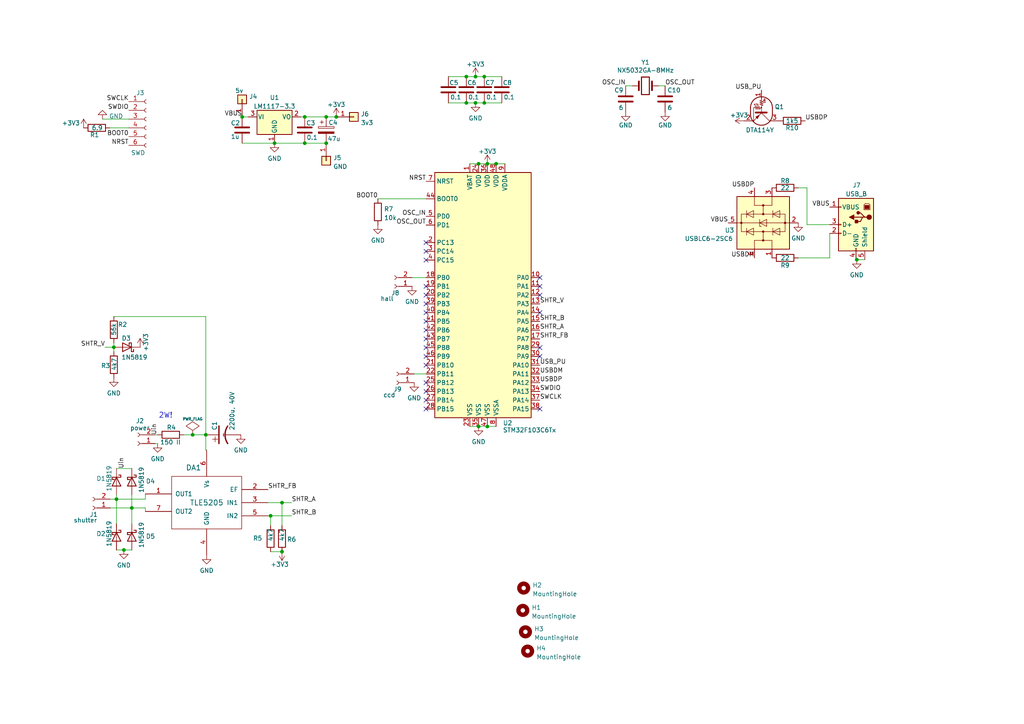
<source format=kicad_sch>
(kicad_sch (version 20231120) (generator "eeschema") (generator_version "8.0")
  (paper "A4")
  (lib_symbols
    (symbol "ALL-rescue:CP1" (pin_numbers hide) (pin_names (offset 0.254) hide)
      (property "Reference" "C" (at 1.27 2.54 0))
      (property "Value" "CP1" (at 1.27 -2.54 0))
      (symbol "CP1_0_0"
        (text "+" (at -1.27 2.54 0) (effects (font (size 2.032 2.032))))
      )
      (symbol "CP1_0_1"
        (polyline (pts (xy -2.54 1.27) (xy 2.54 1.27) (xy 1.27 1.27) (xy 1.27 1.27)) (stroke (width 0.381)))
        (arc (start 2.54 -1.27) (mid 0 -0.5009) (end -2.54 -1.27) (stroke (width 0.381)))
      )
      (symbol "CP1_1_1"
        (pin passive line (at 0 5.08 270) (length 3.81) (name "~") (number "1"))
        (pin passive line (at 0 -5.08 90) (length 4.572) (name "~") (number "2"))
      )
    )
    (symbol "ALL-rescue:PWR_FLAG" (power) (pin_numbers hide) (pin_names (offset 0) hide)
      (property "Value" "PWR_FLAG" (at 0 4.572 0))
      (symbol "PWR_FLAG_0_0"
        (pin power_out line (at 0 0 90) (length 0) (name "pwr") (number "1"))
      )
      (symbol "PWR_FLAG_0_1"
        (polyline (pts (xy 0 0) (xy 0 1.27) (xy -1.905 2.54) (xy 0 3.81) (xy 1.905 2.54) (xy 0 1.27)))
      )
    )
    (symbol "Connector:Conn_01x02_Female" (pin_names (offset 1.016) hide)
      (property "Reference" "J" (at 0 2.54 0))
      (property "Value" "Conn_01x02_Female" (at 0 -5.08 0))
      (symbol "Conn_01x02_Female_1_1"
        (arc (start 0 -2.032) (mid -0.5058 -2.54) (end 0 -3.048) (stroke (width 0.1524)))
        (polyline (pts (xy -1.27 -2.54) (xy -0.508 -2.54)) (stroke (width 0.1524)))
        (polyline (pts (xy -1.27 0) (xy -0.508 0)) (stroke (width 0.1524)))
        (arc (start 0 0.508) (mid -0.5058 0) (end 0 -0.508) (stroke (width 0.1524)))
        (pin passive line (at -5.08 0 0) (length 3.81) (name "Pin_1") (number "1"))
        (pin passive line (at -5.08 -2.54 0) (length 3.81) (name "Pin_2") (number "2"))
      )
    )
    (symbol "Connector:Conn_01x06_Female" (pin_names (offset 1.016) hide)
      (property "Reference" "J" (at 0 7.62 0))
      (property "Value" "Conn_01x06_Female" (at 0 -10.16 0))
      (symbol "Conn_01x06_Female_1_1"
        (arc (start 0 -7.112) (mid -0.5058 -7.62) (end 0 -8.128) (stroke (width 0.1524)))
        (arc (start 0 -4.572) (mid -0.5058 -5.08) (end 0 -5.588) (stroke (width 0.1524)))
        (arc (start 0 -2.032) (mid -0.5058 -2.54) (end 0 -3.048) (stroke (width 0.1524)))
        (polyline (pts (xy -1.27 -7.62) (xy -0.508 -7.62)) (stroke (width 0.1524)))
        (polyline (pts (xy -1.27 -5.08) (xy -0.508 -5.08)) (stroke (width 0.1524)))
        (polyline (pts (xy -1.27 -2.54) (xy -0.508 -2.54)) (stroke (width 0.1524)))
        (polyline (pts (xy -1.27 0) (xy -0.508 0)) (stroke (width 0.1524)))
        (polyline (pts (xy -1.27 2.54) (xy -0.508 2.54)) (stroke (width 0.1524)))
        (polyline (pts (xy -1.27 5.08) (xy -0.508 5.08)) (stroke (width 0.1524)))
        (arc (start 0 0.508) (mid -0.5058 0) (end 0 -0.508) (stroke (width 0.1524)))
        (arc (start 0 3.048) (mid -0.5058 2.54) (end 0 2.032) (stroke (width 0.1524)))
        (arc (start 0 5.588) (mid -0.5058 5.08) (end 0 4.572) (stroke (width 0.1524)))
        (pin passive line (at -5.08 5.08 0) (length 3.81) (name "Pin_1") (number "1"))
        (pin passive line (at -5.08 2.54 0) (length 3.81) (name "Pin_2") (number "2"))
        (pin passive line (at -5.08 0 0) (length 3.81) (name "Pin_3") (number "3"))
        (pin passive line (at -5.08 -2.54 0) (length 3.81) (name "Pin_4") (number "4"))
        (pin passive line (at -5.08 -5.08 0) (length 3.81) (name "Pin_5") (number "5"))
        (pin passive line (at -5.08 -7.62 0) (length 3.81) (name "Pin_6") (number "6"))
      )
    )
    (symbol "Connector:USB_B" (pin_names (offset 1.016))
      (property "Reference" "J" (at -5.08 11.43 0))
      (property "Value" "USB_B" (at -5.08 8.89 0))
      (symbol "USB_B_0_1"
        (rectangle (start -5.08 -7.62) (end 5.08 7.62) (stroke (width 0.254)) (fill (type background)))
        (circle (center -3.81 2.159) (radius 0.635) (stroke (width 0.254)) (fill (type outline)))
        (rectangle (start -3.81 5.588) (end -2.54 4.572) (fill (type outline)))
        (circle (center -0.635 3.429) (radius 0.381) (stroke (width 0.254)) (fill (type outline)))
        (rectangle (start -0.127 -7.62) (end 0.127 -6.858))
        (polyline (pts (xy -1.905 2.159) (xy 0.635 2.159)) (stroke (width 0.254)))
        (polyline (pts (xy -3.175 2.159) (xy -2.54 2.159) (xy -1.27 3.429) (xy -0.635 3.429)) (stroke (width 0.254)))
        (polyline (pts (xy -2.54 2.159) (xy -1.905 2.159) (xy -1.27 0.889) (xy 0 0.889)) (stroke (width 0.254)))
        (polyline (pts (xy 0.635 2.794) (xy 0.635 1.524) (xy 1.905 2.159) (xy 0.635 2.794)) (stroke (width 0.254)) (fill (type outline)))
        (polyline (pts (xy -4.064 4.318) (xy -2.286 4.318) (xy -2.286 5.715) (xy -2.667 6.096) (xy -3.683 6.096) (xy -4.064 5.715) (xy -4.064 4.318)))
        (rectangle (start 0.254 1.27) (end -0.508 0.508) (stroke (width 0.254)) (fill (type outline)))
        (rectangle (start 5.08 -2.667) (end 4.318 -2.413))
        (rectangle (start 5.08 -0.127) (end 4.318 0.127))
        (rectangle (start 5.08 4.953) (end 4.318 5.207))
      )
      (symbol "USB_B_1_1"
        (pin power_out line (at 7.62 5.08 180) (length 2.54) (name "VBUS") (number "1"))
        (pin bidirectional line (at 7.62 -2.54 180) (length 2.54) (name "D-") (number "2"))
        (pin bidirectional line (at 7.62 0 180) (length 2.54) (name "D+") (number "3"))
        (pin power_out line (at 0 -10.16 90) (length 2.54) (name "GND") (number "4"))
        (pin passive line (at -2.54 -10.16 90) (length 2.54) (name "Shield") (number "5"))
      )
    )
    (symbol "Connector_Generic:Conn_01x01" (pin_names (offset 1.016) hide)
      (property "Reference" "J" (at 0 2.54 0))
      (property "Value" "Conn_01x01" (at 0 -2.54 0))
      (symbol "Conn_01x01_1_1"
        (rectangle (start -1.27 0.127) (end 0 -0.127) (stroke (width 0.1524)))
        (rectangle (start -1.27 1.27) (end 1.27 -1.27) (stroke (width 0.254)) (fill (type background)))
        (pin passive line (at -5.08 0 0) (length 3.81) (name "Pin_1") (number "1"))
      )
    )
    (symbol "Device:C" (pin_numbers hide) (pin_names (offset 0.254))
      (property "Reference" "C" (at 0.635 2.54 0))
      (property "Value" "C" (at 0.635 -2.54 0))
      (symbol "C_0_1"
        (polyline (pts (xy -2.032 -0.762) (xy 2.032 -0.762)) (stroke (width 0.508)))
        (polyline (pts (xy -2.032 0.762) (xy 2.032 0.762)) (stroke (width 0.508)))
      )
      (symbol "C_1_1"
        (pin passive line (at 0 3.81 270) (length 2.794) (name "~") (number "1"))
        (pin passive line (at 0 -3.81 90) (length 2.794) (name "~") (number "2"))
      )
    )
    (symbol "Device:C_Polarized" (pin_numbers hide) (pin_names (offset 0.254))
      (property "Reference" "C" (at 0.635 2.54 0))
      (property "Value" "C_Polarized" (at 0.635 -2.54 0))
      (symbol "C_Polarized_0_1"
        (rectangle (start -2.286 0.508) (end 2.286 1.016))
        (polyline (pts (xy -1.778 2.286) (xy -0.762 2.286)))
        (polyline (pts (xy -1.27 2.794) (xy -1.27 1.778)))
        (rectangle (start 2.286 -0.508) (end -2.286 -1.016) (fill (type outline)))
      )
      (symbol "C_Polarized_1_1"
        (pin passive line (at 0 3.81 270) (length 2.794) (name "~") (number "1"))
        (pin passive line (at 0 -3.81 90) (length 2.794) (name "~") (number "2"))
      )
    )
    (symbol "Device:Crystal" (pin_numbers hide) (pin_names (offset 1.016) hide)
      (property "Reference" "Y" (at 0 3.81 0))
      (property "Value" "Crystal" (at 0 -3.81 0))
      (symbol "Crystal_0_1"
        (rectangle (start -1.143 2.54) (end 1.143 -2.54) (stroke (width 0.3048)))
        (polyline (pts (xy -2.54 0) (xy -1.905 0)))
        (polyline (pts (xy -1.905 -1.27) (xy -1.905 1.27)) (stroke (width 0.508)))
        (polyline (pts (xy 1.905 -1.27) (xy 1.905 1.27)) (stroke (width 0.508)))
        (polyline (pts (xy 2.54 0) (xy 1.905 0)))
      )
      (symbol "Crystal_1_1"
        (pin passive line (at -3.81 0 0) (length 1.27) (name "1") (number "1"))
        (pin passive line (at 3.81 0 180) (length 1.27) (name "2") (number "2"))
      )
    )
    (symbol "Device:D_Schottky" (pin_numbers hide) (pin_names (offset 1.016) hide)
      (property "Reference" "D" (at 0 2.54 0))
      (property "Value" "D_Schottky" (at 0 -2.54 0))
      (symbol "D_Schottky_0_1"
        (polyline (pts (xy 1.27 0) (xy -1.27 0)))
        (polyline (pts (xy 1.27 1.27) (xy 1.27 -1.27) (xy -1.27 0) (xy 1.27 1.27)) (stroke (width 0.254)))
        (polyline (pts (xy -1.905 0.635) (xy -1.905 1.27) (xy -1.27 1.27) (xy -1.27 -1.27) (xy -0.635 -1.27) (xy -0.635 -0.635)) (stroke (width 0.254)))
      )
      (symbol "D_Schottky_1_1"
        (pin passive line (at -3.81 0 0) (length 2.54) (name "K") (number "1"))
        (pin passive line (at 3.81 0 180) (length 2.54) (name "A") (number "2"))
      )
    )
    (symbol "Device:R" (pin_numbers hide) (pin_names (offset 0))
      (property "Reference" "R" (at 2.032 0 90))
      (property "Value" "R" (at 0 0 90))
      (symbol "R_0_1"
        (rectangle (start -1.016 -2.54) (end 1.016 2.54) (stroke (width 0.254)))
      )
      (symbol "R_1_1"
        (pin passive line (at 0 3.81 270) (length 1.27) (name "~") (number "1"))
        (pin passive line (at 0 -3.81 90) (length 1.27) (name "~") (number "2"))
      )
    )
    (symbol "MCU_ST_STM32F1:STM32F103C6Tx"
      (property "Reference" "U" (at -15.24 36.83 0))
      (property "Value" "STM32F103C6Tx" (at 7.62 36.83 0))
      (symbol "STM32F103C6Tx_0_1"
        (rectangle (start -15.24 -35.56) (end 12.7 35.56) (stroke (width 0.254)) (fill (type background)))
      )
      (symbol "STM32F103C6Tx_1_1"
        (pin power_in line (at -5.08 38.1 270) (length 2.54) (name "VBAT") (number "1"))
        (pin bidirectional line (at 15.24 5.08 180) (length 2.54) (name "PA0") (number "10"))
        (pin bidirectional line (at 15.24 2.54 180) (length 2.54) (name "PA1") (number "11"))
        (pin bidirectional line (at 15.24 0 180) (length 2.54) (name "PA2") (number "12"))
        (pin bidirectional line (at 15.24 -2.54 180) (length 2.54) (name "PA3") (number "13"))
        (pin bidirectional line (at 15.24 -5.08 180) (length 2.54) (name "PA4") (number "14"))
        (pin bidirectional line (at 15.24 -7.62 180) (length 2.54) (name "PA5") (number "15"))
        (pin bidirectional line (at 15.24 -10.16 180) (length 2.54) (name "PA6") (number "16"))
        (pin bidirectional line (at 15.24 -12.7 180) (length 2.54) (name "PA7") (number "17"))
        (pin bidirectional line (at -17.78 5.08 0) (length 2.54) (name "PB0") (number "18"))
        (pin bidirectional line (at -17.78 2.54 0) (length 2.54) (name "PB1") (number "19"))
        (pin bidirectional line (at -17.78 15.24 0) (length 2.54) (name "PC13") (number "2"))
        (pin bidirectional line (at -17.78 0 0) (length 2.54) (name "PB2") (number "20"))
        (pin bidirectional line (at -17.78 -20.32 0) (length 2.54) (name "PB10") (number "21"))
        (pin bidirectional line (at -17.78 -22.86 0) (length 2.54) (name "PB11") (number "22"))
        (pin power_in line (at -5.08 -38.1 90) (length 2.54) (name "VSS") (number "23"))
        (pin power_in line (at -2.54 38.1 270) (length 2.54) (name "VDD") (number "24"))
        (pin bidirectional line (at -17.78 -25.4 0) (length 2.54) (name "PB12") (number "25"))
        (pin bidirectional line (at -17.78 -27.94 0) (length 2.54) (name "PB13") (number "26"))
        (pin bidirectional line (at -17.78 -30.48 0) (length 2.54) (name "PB14") (number "27"))
        (pin bidirectional line (at -17.78 -33.02 0) (length 2.54) (name "PB15") (number "28"))
        (pin bidirectional line (at 15.24 -15.24 180) (length 2.54) (name "PA8") (number "29"))
        (pin bidirectional line (at -17.78 12.7 0) (length 2.54) (name "PC14") (number "3"))
        (pin bidirectional line (at 15.24 -17.78 180) (length 2.54) (name "PA9") (number "30"))
        (pin bidirectional line (at 15.24 -20.32 180) (length 2.54) (name "PA10") (number "31"))
        (pin bidirectional line (at 15.24 -22.86 180) (length 2.54) (name "PA11") (number "32"))
        (pin bidirectional line (at 15.24 -25.4 180) (length 2.54) (name "PA12") (number "33"))
        (pin bidirectional line (at 15.24 -27.94 180) (length 2.54) (name "PA13") (number "34"))
        (pin power_in line (at -2.54 -38.1 90) (length 2.54) (name "VSS") (number "35"))
        (pin power_in line (at 0 38.1 270) (length 2.54) (name "VDD") (number "36"))
        (pin bidirectional line (at 15.24 -30.48 180) (length 2.54) (name "PA14") (number "37"))
        (pin bidirectional line (at 15.24 -33.02 180) (length 2.54) (name "PA15") (number "38"))
        (pin bidirectional line (at -17.78 -2.54 0) (length 2.54) (name "PB3") (number "39"))
        (pin bidirectional line (at -17.78 10.16 0) (length 2.54) (name "PC15") (number "4"))
        (pin bidirectional line (at -17.78 -5.08 0) (length 2.54) (name "PB4") (number "40"))
        (pin bidirectional line (at -17.78 -7.62 0) (length 2.54) (name "PB5") (number "41"))
        (pin bidirectional line (at -17.78 -10.16 0) (length 2.54) (name "PB6") (number "42"))
        (pin bidirectional line (at -17.78 -12.7 0) (length 2.54) (name "PB7") (number "43"))
        (pin input line (at -17.78 27.94 0) (length 2.54) (name "BOOT0") (number "44"))
        (pin bidirectional line (at -17.78 -15.24 0) (length 2.54) (name "PB8") (number "45"))
        (pin bidirectional line (at -17.78 -17.78 0) (length 2.54) (name "PB9") (number "46"))
        (pin power_in line (at 0 -38.1 90) (length 2.54) (name "VSS") (number "47"))
        (pin power_in line (at 2.54 38.1 270) (length 2.54) (name "VDD") (number "48"))
        (pin input line (at -17.78 22.86 0) (length 2.54) (name "PD0") (number "5"))
        (pin input line (at -17.78 20.32 0) (length 2.54) (name "PD1") (number "6"))
        (pin input line (at -17.78 33.02 0) (length 2.54) (name "NRST") (number "7"))
        (pin power_in line (at 2.54 -38.1 90) (length 2.54) (name "VSSA") (number "8"))
        (pin power_in line (at 5.08 38.1 270) (length 2.54) (name "VDDA") (number "9"))
      )
    )
    (symbol "Mechanical:MountingHole" (pin_names (offset 1.016))
      (property "Reference" "H" (at 0 5.08 0))
      (property "Value" "MountingHole" (at 0 3.175 0))
      (symbol "MountingHole_0_1"
        (circle (center 0 0) (radius 1.27) (stroke (width 1.27)))
      )
    )
    (symbol "Power_Protection:USBLC6-2SC6" (pin_names hide)
      (property "Reference" "U" (at 2.54 8.89 0))
      (property "Value" "USBLC6-2SC6" (at 2.54 -8.89 0))
      (symbol "USBLC6-2SC6_0_1"
        (rectangle (start -7.62 -7.62) (end 7.62 7.62) (stroke (width 0.254)) (fill (type background)))
        (circle (center -5.08 0) (radius 0.254) (fill (type outline)))
        (circle (center -2.54 0) (radius 0.254) (fill (type outline)))
        (rectangle (start -2.54 6.35) (end 2.54 -6.35))
        (circle (center 0 -6.35) (radius 0.254) (fill (type outline)))
        (polyline (pts (xy -5.08 -2.54) (xy -7.62 -2.54)))
        (polyline (pts (xy -5.08 0) (xy -5.08 -2.54)))
        (polyline (pts (xy -5.08 2.54) (xy -7.62 2.54)))
        (polyline (pts (xy -1.524 -2.794) (xy -3.556 -2.794)))
        (polyline (pts (xy -1.524 4.826) (xy -3.556 4.826)))
        (polyline (pts (xy 0 -7.62) (xy 0 -6.35)))
        (polyline (pts (xy 0 -6.35) (xy 0 1.27)))
        (polyline (pts (xy 0 1.27) (xy 0 6.35)))
        (polyline (pts (xy 0 6.35) (xy 0 7.62)))
        (polyline (pts (xy 1.524 -2.794) (xy 3.556 -2.794)))
        (polyline (pts (xy 1.524 4.826) (xy 3.556 4.826)))
        (polyline (pts (xy 5.08 -2.54) (xy 7.62 -2.54)))
        (polyline (pts (xy 5.08 0) (xy 5.08 -2.54)))
        (polyline (pts (xy 5.08 2.54) (xy 7.62 2.54)))
        (polyline (pts (xy -2.54 0) (xy -5.08 0) (xy -5.08 2.54)))
        (polyline (pts (xy 2.54 0) (xy 5.08 0) (xy 5.08 2.54)))
        (polyline (pts (xy -3.556 -4.826) (xy -1.524 -4.826) (xy -2.54 -2.794) (xy -3.556 -4.826)))
        (polyline (pts (xy -3.556 2.794) (xy -1.524 2.794) (xy -2.54 4.826) (xy -3.556 2.794)))
        (polyline (pts (xy -1.016 -1.016) (xy 1.016 -1.016) (xy 0 1.016) (xy -1.016 -1.016)))
        (polyline (pts (xy 1.016 1.016) (xy 0.762 1.016) (xy -1.016 1.016) (xy -1.016 0.508)))
        (polyline (pts (xy 3.556 -4.826) (xy 1.524 -4.826) (xy 2.54 -2.794) (xy 3.556 -4.826)))
        (polyline (pts (xy 3.556 2.794) (xy 1.524 2.794) (xy 2.54 4.826) (xy 3.556 2.794)))
        (circle (center 0 6.35) (radius 0.254) (fill (type outline)))
        (circle (center 2.54 0) (radius 0.254) (fill (type outline)))
        (circle (center 5.08 0) (radius 0.254) (fill (type outline)))
      )
      (symbol "USBLC6-2SC6_1_1"
        (pin passive line (at -10.16 -2.54 0) (length 2.54) (name "I/O1") (number "1"))
        (pin passive line (at 0 -10.16 90) (length 2.54) (name "GND") (number "2"))
        (pin passive line (at 10.16 -2.54 180) (length 2.54) (name "I/O2") (number "3"))
        (pin passive line (at 10.16 2.54 180) (length 2.54) (name "I/O2") (number "4"))
        (pin passive line (at 0 10.16 270) (length 2.54) (name "VBUS") (number "5"))
        (pin passive line (at -10.16 2.54 0) (length 2.54) (name "I/O1") (number "6"))
      )
    )
    (symbol "Regulator_Linear:LM1117-3.3" (pin_names (offset 0.254))
      (property "Reference" "U" (at -3.81 3.175 0))
      (property "Value" "LM1117-3.3" (at 0 3.175 0))
      (symbol "LM1117-3.3_0_1"
        (rectangle (start -5.08 -5.08) (end 5.08 1.905) (stroke (width 0.254)) (fill (type background)))
      )
      (symbol "LM1117-3.3_1_1"
        (pin power_in line (at 0 -7.62 90) (length 2.54) (name "GND") (number "1"))
        (pin power_out line (at 7.62 0 180) (length 2.54) (name "VO") (number "2"))
        (pin power_in line (at -7.62 0 0) (length 2.54) (name "VI") (number "3"))
      )
    )
    (symbol "Transistor_BJT:DTA114Y" (pin_names (offset 0) hide)
      (property "Reference" "Q" (at 5.08 1.905 0))
      (property "Value" "DTA114Y" (at 5.08 0 0))
      (symbol "DTA114Y_0_0"
        (text "10k" (at -3.302 0.889 0) (effects (font (size 0.508 0.508))))
        (text "47k" (at -2.159 -1.524 900) (effects (font (size 0.508 0.508))))
      )
      (symbol "DTA114Y_0_1"
        (circle (center -1.27 0) (radius 0.127))
        (arc (start -1.27 3.175) (mid -4.4312 0) (end -1.27 -3.175) (stroke (width 0.254)))
        (polyline (pts (xy -3.429 0) (xy -3.81 0)))
        (polyline (pts (xy -1.27 -3.175) (xy 0.635 -3.175)) (stroke (width 0.254)))
        (polyline (pts (xy -1.27 3.175) (xy 0.635 3.175)) (stroke (width 0.254)))
        (polyline (pts (xy 0 -0.254) (xy 2.54 2.286)))
        (polyline (pts (xy 0.127 1.524) (xy 0.127 -1.651)) (stroke (width 0.508)) (fill (type outline)))
        (polyline (pts (xy 2.54 2.286) (xy 2.54 2.54)))
        (polyline (pts (xy 2.54 -2.286) (xy 0 0.254) (xy 0 0.254)))
        (polyline (pts (xy 1.397 -1.651) (xy 1.905 -1.143) (xy 0.889 -0.635) (xy 1.397 -1.651)) (fill (type outline)))
        (polyline (pts (xy 0 0) (xy -1.905 0) (xy -2.032 0.508) (xy -2.286 -0.508) (xy -2.54 0.508) (xy -2.794 -0.508) (xy -3.048 0.508) (xy -3.302 -0.508) (xy -3.429 0)))
        (polyline (pts (xy -1.27 0) (xy -1.27 -0.381) (xy -0.762 -0.508) (xy -1.778 -0.762) (xy -0.762 -1.016) (xy -1.778 -1.27) (xy -0.762 -1.524) (xy -1.778 -1.778) (xy -1.27 -1.905) (xy -1.27 -2.286) (xy 2.54 -2.286)))
        (arc (start 0.635 -3.175) (mid 3.7962 0) (end 0.635 3.175) (stroke (width 0.254)))
        (circle (center 2.54 -2.286) (radius 0.127))
      )
      (symbol "DTA114Y_1_1"
        (pin input line (at -6.35 0 0) (length 2.54) (name "B") (number "1"))
        (pin passive line (at 2.54 -5.08 90) (length 2.54) (name "E") (number "2"))
        (pin passive line (at 2.54 5.08 270) (length 2.54) (name "C") (number "3"))
      )
    )
    (symbol "my_elements:TLE5205" (pin_names (offset 1.016))
      (property "Reference" "U" (at 3.81 10.16 0))
      (property "Value" "TLE5205" (at 0 0 0))
      (symbol "TLE5205_0_1"
        (rectangle (start -10.16 7.62) (end 10.16 -7.62))
      )
      (symbol "TLE5205_1_1"
        (pin power_out line (at 17.78 2.54 180) (length 7.62) (name "OUT1") (number "1"))
        (pin output line (at -17.78 3.81 0) (length 7.62) (name "EF") (number "2"))
        (pin input line (at -17.78 0 0) (length 7.62) (name "IN1") (number "3"))
        (pin power_in line (at 0 -15.24 90) (length 7.62) (name "GND") (number "4"))
        (pin input line (at -17.78 -3.81 0) (length 7.62) (name "IN2") (number "5"))
        (pin power_in line (at 0 15.24 270) (length 7.62) (name "Vs") (number "6"))
        (pin power_out line (at 17.78 -2.54 180) (length 7.62) (name "OUT2") (number "7"))
      )
    )
    (symbol "power:+3V3" (power) (pin_names (offset 0))
      (property "Value" "+3V3" (at 0 3.556 0))
      (symbol "+3V3_0_1"
        (polyline (pts (xy -0.762 1.27) (xy 0 2.54)))
        (polyline (pts (xy 0 0) (xy 0 2.54)))
        (polyline (pts (xy 0 2.54) (xy 0.762 1.27)))
      )
      (symbol "+3V3_1_1"
        (pin power_in line (at 0 0 90) (length 0) hide (name "+3V3") (number "1"))
      )
    )
    (symbol "power:GND" (power) (pin_names (offset 0))
      (property "Value" "GND" (at 0 -3.81 0))
      (symbol "GND_0_1"
        (polyline (pts (xy 0 0) (xy 0 -1.27) (xy 1.27 -1.27) (xy 0 -2.54) (xy -1.27 -1.27) (xy 0 -1.27)))
      )
      (symbol "GND_1_1"
        (pin power_in line (at 0 0 270) (length 0) hide (name "GND") (number "1"))
      )
    )
  )
  (junction (at 137.922 22.225))
  (junction (at 141.351 47.498))
  (junction (at 137.922 29.845))
  (junction (at 70.231 33.909))
  (junction (at 88.392 33.909))
  (junction (at 59.69 126.111))
  (junction (at 138.811 47.498))
  (junction (at 38.227 147.32))
  (junction (at 33.782 144.78))
  (junction (at 79.629 41.529))
  (junction (at 135.255 22.225))
  (junction (at 35.9308 159.512))
  (junction (at 248.4962 75.311))
  (junction (at 140.462 22.225))
  (junction (at 55.88 126.111))
  (junction (at 143.891 47.498))
  (junction (at 81.788 145.796))
  (junction (at 97.536 33.909))
  (junction (at 81.788 160.02))
  (junction (at 94.615 33.909))
  (junction (at 141.351 123.698))
  (junction (at 33.02 100.711))
  (junction (at 88.392 41.529))
  (junction (at 78.486 149.606))
  (junction (at 135.255 29.845))
  (junction (at 140.462 29.845))
  (junction (at 94.615 41.529))
  (junction (at 138.811 123.698))
  (no_connect (at 123.571 103.378))
  (no_connect (at 123.571 116.078))
  (no_connect (at 123.571 100.838))
  (no_connect (at 123.571 72.898))
  (no_connect (at 123.571 110.998))
  (no_connect (at 123.571 95.758))
  (no_connect (at 123.571 93.218))
  (no_connect (at 156.591 90.678))
  (no_connect (at 123.571 75.438))
  (no_connect (at 123.571 88.138))
  (no_connect (at 123.571 98.298))
  (no_connect (at 123.571 83.058))
  (no_connect (at 123.571 90.678))
  (no_connect (at 156.591 85.598))
  (no_connect (at 156.591 83.058))
  (no_connect (at 156.591 103.378))
  (no_connect (at 123.571 113.538))
  (no_connect (at 123.571 118.618))
  (no_connect (at 156.591 118.618))
  (no_connect (at 123.571 105.918))
  (no_connect (at 156.591 100.838))
  (no_connect (at 156.591 80.518))
  (no_connect (at 123.571 70.358))
  (no_connect (at 123.571 85.598))
  (wire (pts (xy 32.004 147.32) (xy 38.227 147.32)))
  (wire (pts (xy 38.227 143.51) (xy 38.227 147.32)))
  (wire (pts (xy 35.9308 159.512) (xy 38.227 159.512)))
  (wire (pts (xy 248.4962 75.311) (xy 250.825 75.311)))
  (wire (pts (xy 136.271 123.698) (xy 138.811 123.698)))
  (wire (pts (xy 120.142 108.458) (xy 123.571 108.458)))
  (wire (pts (xy 59.69 91.821) (xy 59.69 126.111)))
  (wire (pts (xy 240.665 65.151) (xy 234.061 65.151)))
  (wire (pts (xy 137.922 22.225) (xy 140.462 22.225)))
  (wire (pts (xy 29.718 34.544) (xy 37.338 34.544)))
  (wire (pts (xy 78.486 160.02) (xy 81.788 160.02)))
  (wire (pts (xy 136.271 47.498) (xy 138.811 47.498)))
  (wire (pts (xy 45.0342 126.111) (xy 45.72 126.111)))
  (wire (pts (xy 33.02 91.821) (xy 59.69 91.821)))
  (wire (pts (xy 32.004 144.78) (xy 33.782 144.78)))
  (wire (pts (xy 30.48 100.711) (xy 33.02 100.711)))
  (wire (pts (xy 77.724 149.606) (xy 78.486 149.606)))
  (wire (pts (xy 31.877 37.084) (xy 37.338 37.084)))
  (wire (pts (xy 88.392 41.529) (xy 94.615 41.529)))
  (wire (pts (xy 81.788 145.796) (xy 84.582 145.796)))
  (wire (pts (xy 143.891 47.498) (xy 146.431 47.498)))
  (wire (pts (xy 135.255 29.845) (xy 137.922 29.845)))
  (wire (pts (xy 78.486 149.606) (xy 84.582 149.606)))
  (wire (pts (xy 45.0342 128.651) (xy 45.72 128.651)))
  (wire (pts (xy 70.231 33.909) (xy 72.009 33.909)))
  (wire (pts (xy 240.665 74.803) (xy 231.521 74.803)))
  (wire (pts (xy 138.811 47.498) (xy 141.351 47.498)))
  (wire (pts (xy 59.69 126.111) (xy 59.69 130.556)))
  (wire (pts (xy 38.227 147.32) (xy 42.164 147.32)))
  (wire (pts (xy 59.69 130.556) (xy 59.944 130.556)))
  (wire (pts (xy 138.811 123.698) (xy 141.351 123.698)))
  (wire (pts (xy 141.351 123.698) (xy 143.891 123.698)))
  (wire (pts (xy 77.724 145.796) (xy 81.788 145.796)))
  (wire (pts (xy 33.782 159.512) (xy 35.9308 159.512)))
  (wire (pts (xy 192.913 24.892) (xy 191.008 24.892)))
  (wire (pts (xy 33.02 100.711) (xy 33.02 101.981)))
  (wire (pts (xy 248.285 75.311) (xy 248.4962 75.311)))
  (wire (pts (xy 234.061 54.483) (xy 231.521 54.483)))
  (wire (pts (xy 33.782 143.51) (xy 33.782 144.78)))
  (wire (pts (xy 55.88 126.111) (xy 59.69 126.111)))
  (wire (pts (xy 130.048 22.225) (xy 135.255 22.225)))
  (wire (pts (xy 141.351 47.498) (xy 143.891 47.498)))
  (wire (pts (xy 42.164 143.256) (xy 42.164 144.78)))
  (wire (pts (xy 87.249 33.909) (xy 88.392 33.909)))
  (wire (pts (xy 135.255 22.225) (xy 137.922 22.225)))
  (wire (pts (xy 234.061 65.151) (xy 234.061 54.483)))
  (wire (pts (xy 240.665 67.691) (xy 240.665 74.803)))
  (wire (pts (xy 42.164 147.32) (xy 42.164 148.336)))
  (wire (pts (xy 119.507 80.518) (xy 123.571 80.518)))
  (wire (pts (xy 38.227 147.32) (xy 38.227 151.892)))
  (wire (pts (xy 33.782 135.89) (xy 38.227 135.89)))
  (wire (pts (xy 88.392 33.909) (xy 94.615 33.909)))
  (wire (pts (xy 137.922 29.845) (xy 140.462 29.845)))
  (wire (pts (xy 181.483 24.892) (xy 183.388 24.892)))
  (wire (pts (xy 81.788 145.796) (xy 81.788 152.4)))
  (wire (pts (xy 130.048 29.845) (xy 135.255 29.845)))
  (wire (pts (xy 33.782 144.78) (xy 33.782 151.892)))
  (wire (pts (xy 33.782 144.78) (xy 42.164 144.78)))
  (wire (pts (xy 78.486 149.606) (xy 78.486 152.4)))
  (wire (pts (xy 109.601 57.658) (xy 123.571 57.658)))
  (wire (pts (xy 140.462 22.225) (xy 145.542 22.225)))
  (wire (pts (xy 79.629 41.529) (xy 88.392 41.529)))
  (wire (pts (xy 94.615 33.909) (xy 97.536 33.909)))
  (wire (pts (xy 33.02 99.441) (xy 33.02 100.711)))
  (wire (pts (xy 70.231 41.529) (xy 79.629 41.529)))
  (wire (pts (xy 140.462 29.845) (xy 145.542 29.845)))
  (wire (pts (xy 53.34 126.111) (xy 55.88 126.111)))
  (text "2W!" (at 45.9994 121.4882 0) (effects (font (size 1.524 1.524)) (justify left bottom)))
  (label "SHTR_A" (at 156.591 95.758 0))
  (label "USBDP" (at 233.553 35.052 0))
  (label "OSC_OUT" (at 123.571 65.278 180))
  (label "OSC_IN" (at 123.571 62.738 180))
  (label "SWDIO" (at 37.338 32.004 180))
  (label "VBUS" (at 240.665 60.071 180))
  (label "SWDIO" (at 156.591 113.538 0))
  (label "USB_PU" (at 156.591 105.918 0))
  (label "VBUS" (at 70.231 33.909 180))
  (label "OSC_OUT" (at 192.913 24.892 0))
  (label "VBUS" (at 211.201 64.643 180))
  (label "OSC_IN" (at 181.483 24.892 180))
  (label "SHTR_B" (at 84.582 149.606 0))
  (label "SWCLK" (at 37.338 29.464 180))
  (label "SWCLK" (at 156.591 116.078 0))
  (label "Uin" (at 36.2201 135.89 90))
  (label "USBDP" (at 156.591 110.998 0))
  (label "Uin" (at 45.72 126.111 90))
  (label "SHTR_A" (at 84.582 145.796 0))
  (label "SHTR_V" (at 30.48 100.711 180))
  (label "SHTR_V" (at 156.591 88.138 0))
  (label "NRST" (at 37.338 42.164 180))
  (label "USBDM" (at 156.591 108.458 0))
  (label "BOOT0" (at 37.338 39.624 180))
  (label "USBDP" (at 218.821 54.483 180))
  (label "NRST" (at 123.571 52.578 180))
  (label "USBDM" (at 218.821 74.803 180))
  (label "USB_PU" (at 220.853 26.162 180))
  (label "BOOT0" (at 109.601 57.658 180))
  (label "SHTR_B" (at 156.591 93.218 0))
  (label "SHTR_FB" (at 156.591 98.298 0))
  (label "SHTR_FB" (at 77.724 141.986 0))
  (symbol (lib_id "Device:R") (at 229.743 35.052 270) (unit 1)
    (property "Reference" "R10" (at 229.743 37.084 90))
    (property "Value" "1k5" (at 229.743 35.052 90))
    (property "Footprint" "Resistor_SMD:R_0603_1608Metric_Pad0.98x0.95mm_HandSolder" (effects (hide yes)))
  )
  (symbol (lib_id "Connector_Generic:Conn_01x01") (at 94.615 46.609 270) (unit 1)
    (property "Reference" "J5" (at 96.647 45.7743 90) (effects (justify left)))
    (property "Value" "GND" (at 96.647 48.3112 90) (effects (justify left)))
    (property "Footprint" "Connector_PinHeader_2.54mm:PinHeader_1x01_P2.54mm_Vertical" (effects (hide yes)))
  )
  (symbol (lib_id "Mechanical:MountingHole") (at 151.638 177.038 0) (unit 1)
    (property "Reference" "H1" (at 154.178 176.2033 0) (effects (justify left)))
    (property "Value" "MountingHole" (at 154.178 178.7402 0) (effects (justify left)))
    (property "Footprint" "MountingHole:MountingHole_3.2mm_M3" (effects (hide yes)))
  )
  (symbol (lib_id "power:+3V3") (at 141.351 47.498 0) (unit 1)
    (property "Reference" "#PWR016" (effects (hide yes)))
    (property "Value" "+3V3" (at 141.351 43.9222 0))
  )
  (symbol (lib_id "Device:C") (at 70.231 37.719 0) (unit 1)
    (property "Reference" "C2" (at 66.929 35.687 0) (effects (justify left)))
    (property "Value" "1u" (at 66.929 39.624 0) (effects (justify left)))
    (property "Footprint" "Capacitor_SMD:C_0805_2012Metric_Pad1.18x1.45mm_HandSolder" (effects (hide yes)))
  )
  (symbol (lib_id "MCU_ST_STM32F1:STM32F103C6Tx") (at 141.351 85.598 0) (unit 1)
    (property "Reference" "U2" (at 145.8469 122.69 0) (effects (justify left)))
    (property "Value" "STM32F103C6Tx" (at 145.8469 124.738 0) (effects (justify left)))
    (property "Footprint" "Package_QFP:LQFP-48_7x7mm_P0.5mm" (effects (hide yes)))
    (property "Datasheet" "http://www.st.com/st-web-ui/static/active/en/resource/technical/document/datasheet/CD00210843.pdf" (effects (hide yes)))
  )
  (symbol (lib_id "power:GND") (at 137.922 29.845 0) (unit 1)
    (property "Reference" "#PWR014" (effects (hide yes)))
    (property "Value" "GND" (at 137.922 34.2884 0))
  )
  (symbol (lib_id "Connector:Conn_01x02_Female") (at 114.427 83.058 180) (unit 1)
    (property "Reference" "J8" (at 114.681 84.963 0))
    (property "Value" "hall" (at 112.268 86.614 0))
    (property "Footprint" "Connector_JST:JST_PH_B2B-PH-K_1x02_P2.00mm_Vertical" (effects (hide yes)))
  )
  (symbol (lib_id "Device:R") (at 78.486 156.21 0) (unit 1)
    (property "Reference" "R5" (at 73.3806 156.1338 0) (effects (justify left)))
    (property "Value" "4k7" (at 78.486 156.9974 90) (effects (justify left)))
    (property "Footprint" "Resistor_SMD:R_0603_1608Metric_Pad0.98x0.95mm_HandSolder" (effects (hide yes)))
  )
  (symbol (lib_id "Mechanical:MountingHole") (at 151.892 170.561 0) (unit 1)
    (property "Reference" "H2" (at 154.432 169.7263 0) (effects (justify left)))
    (property "Value" "MountingHole" (at 154.432 172.2632 0) (effects (justify left)))
    (property "Footprint" "MountingHole:MountingHole_3.2mm_M3" (effects (hide yes)))
  )
  (symbol (lib_id "Device:D_Schottky") (at 36.83 100.711 180) (unit 1)
    (property "Reference" "D3" (at 37.973 98.1202 0) (effects (justify left)))
    (property "Value" "1N5819" (at 42.799 103.632 0) (effects (justify left)))
    (property "Footprint" "Diode_SMD:D_SOD-323_HandSoldering" (effects (hide yes)))
  )
  (symbol (lib_id "Device:C") (at 140.462 26.035 0) (unit 1)
    (property "Reference" "C7" (at 140.716 24.003 0) (effects (justify left)))
    (property "Value" "0.1" (at 140.97 28.194 0) (effects (justify left)))
    (property "Footprint" "Capacitor_SMD:C_0603_1608Metric_Pad1.08x0.95mm_HandSolder" (effects (hide yes)))
  )
  (symbol (lib_id "Device:D_Schottky") (at 33.782 139.7 270) (unit 1)
    (property "Reference" "D1" (at 27.94 138.811 90) (effects (justify left)))
    (property "Value" "1N5819" (at 31.623 135.001 0) (effects (justify left)))
    (property "Footprint" "Diode_SMD:D_SOD-323_HandSoldering" (effects (hide yes)))
  )
  (symbol (lib_id "power:GND") (at 119.507 83.058 0) (mirror y) (unit 1)
    (property "Reference" "#PWR022" (effects (hide yes)))
    (property "Value" "GND" (at 119.507 87.5014 0))
  )
  (symbol (lib_id "power:+3V3") (at 24.257 37.084 0) (mirror y) (unit 1)
    (property "Reference" "#PWR01" (effects (hide yes)))
    (property "Value" "+3V3" (at 17.907 35.687 0) (effects (justify right)))
  )
  (symbol (lib_id "power:GND") (at 248.4962 75.311 0) (mirror y) (unit 1)
    (property "Reference" "#PWR021" (effects (hide yes)))
    (property "Value" "GND" (at 248.4962 79.7544 0))
  )
  (symbol (lib_id "power:+3V3") (at 81.788 160.02 180) (unit 1)
    (property "Reference" "#PWR010" (effects (hide yes)))
    (property "Value" "+3V3" (at 78.486 163.703 0) (effects (justify right)))
  )
  (symbol (lib_id "Connector:Conn_01x02_Female") (at 26.924 147.32 180) (unit 1)
    (property "Reference" "J1" (at 27.178 149.225 0))
    (property "Value" "shutter" (at 24.765 150.876 0))
    (property "Footprint" "TerminalBlock_Phoenix:TerminalBlock_Phoenix_MKDS-1,5-2-5.08_1x02_P5.08mm_Horizontal" (effects (hide yes)))
  )
  (symbol (lib_id "Device:D_Schottky") (at 33.782 155.702 270) (unit 1)
    (property "Reference" "D2" (at 27.94 154.813 90) (effects (justify left)))
    (property "Value" "1N5819" (at 31.623 151.003 0) (effects (justify left)))
    (property "Footprint" "Diode_SMD:D_SOD-323_HandSoldering" (effects (hide yes)))
  )
  (symbol (lib_id "Regulator_Linear:LM1117-3.3") (at 79.629 33.909 0) (unit 1)
    (property "Reference" "U1" (at 79.629 28.3042 0))
    (property "Value" "LM1117-3.3" (at 79.629 30.8411 0))
    (property "Footprint" "Package_TO_SOT_SMD:SOT-223-3_TabPin2" (effects (hide yes)))
    (property "Datasheet" "http://www.ti.com/lit/ds/symlink/lm1117.pdf" (effects (hide yes)))
  )
  (symbol (lib_id "power:GND") (at 59.944 161.036 0) (mirror y) (unit 1)
    (property "Reference" "#PWR07" (effects (hide yes)))
    (property "Value" "GND" (at 59.944 165.4794 0))
  )
  (symbol (lib_id "power:GND") (at 29.718 34.544 180) (unit 1)
    (property "Reference" "#PWR02" (effects (hide yes)))
    (property "Value" "GND" (at 31.623 33.7078 0) (effects (justify right)))
  )
  (symbol (lib_id "power:+3V3") (at 40.64 100.711 0) (unit 1)
    (property "Reference" "#PWR05" (effects (hide yes)))
    (property "Value" "+3V3" (at 42.291 96.647 90) (effects (justify right)))
  )
  (symbol (lib_id "Device:D_Schottky") (at 38.227 155.702 270) (unit 1)
    (property "Reference" "D5" (at 42.291 155.575 90) (effects (justify left)))
    (property "Value" "1N5819" (at 41.021 151.384 0) (effects (justify left)))
    (property "Footprint" "Diode_SMD:D_SOD-323_HandSoldering" (effects (hide yes)))
  )
  (symbol (lib_id "Connector_Generic:Conn_01x01") (at 102.616 33.909 0) (unit 1)
    (property "Reference" "J6" (at 104.648 33.0743 0) (effects (justify left)))
    (property "Value" "3v3" (at 104.648 35.6112 0) (effects (justify left)))
    (property "Footprint" "Connector_PinHeader_2.54mm:PinHeader_1x01_P2.54mm_Vertical" (effects (hide yes)))
  )
  (symbol (lib_id "power:GND") (at 79.629 41.529 0) (unit 1)
    (property "Reference" "#PWR09" (effects (hide yes)))
    (property "Value" "GND" (at 79.629 45.9724 0))
  )
  (symbol (lib_id "Device:R") (at 33.02 105.791 0) (unit 1)
    (property "Reference" "R3" (at 29.2862 106.0704 0) (effects (justify left)))
    (property "Value" "4k7" (at 33.147 107.4674 90) (effects (justify left)))
    (property "Footprint" "Resistor_SMD:R_0603_1608Metric_Pad0.98x0.95mm_HandSolder" (effects (hide yes)))
  )
  (symbol (lib_id "power:GND") (at 45.72 128.651 0) (mirror y) (unit 1)
    (property "Reference" "#PWR06" (effects (hide yes)))
    (property "Value" "GND" (at 45.72 133.0944 0))
  )
  (symbol (lib_id "Device:D_Schottky") (at 38.227 139.7 270) (unit 1)
    (property "Reference" "D4" (at 42.291 139.573 90) (effects (justify left)))
    (property "Value" "1N5819" (at 41.021 135.382 0) (effects (justify left)))
    (property "Footprint" "Diode_SMD:D_SOD-323_HandSoldering" (effects (hide yes)))
  )
  (symbol (lib_id "Device:R") (at 109.601 61.468 0) (unit 1)
    (property "Reference" "R7" (at 111.379 60.6333 0) (effects (justify left)))
    (property "Value" "10k" (at 111.379 63.1702 0) (effects (justify left)))
    (property "Footprint" "Resistor_SMD:R_0603_1608Metric_Pad0.98x0.95mm_HandSolder" (effects (hide yes)))
  )
  (symbol (lib_id "ALL-rescue:CP1") (at 64.77 126.111 90) (unit 1)
    (property "Reference" "C1" (at 62.23 124.841 0) (effects (justify left)))
    (property "Value" "2200u, 40V" (at 67.31 124.841 0) (effects (justify left)))
    (property "Footprint" "Capacitor_THT:CP_Radial_D17.0mm_P7.50mm" (effects (hide yes)))
    (property "Datasheet" "~" (at 64.77 126.111 0) (effects (font (size 1.524 1.524))))
  )
  (symbol (lib_id "Transistor_BJT:DTA114Y") (at 220.853 32.512 270) (unit 1)
    (property "Reference" "Q1" (at 224.663 30.988 90) (effects (justify left)))
    (property "Value" "DTA114Y" (at 216.281 37.719 90) (effects (justify left)))
    (property "Footprint" "Package_TO_SOT_SMD:SOT-323_SC-70_Handsoldering" (effects (hide yes)))
  )
  (symbol (lib_id "power:GND") (at 192.913 32.512 0) (unit 1)
    (property "Reference" "#PWR018" (effects (hide yes)))
    (property "Value" "GND" (at 192.913 36.322 0))
  )
  (symbol (lib_id "Power_Protection:USBLC6-2SC6") (at 221.361 64.643 90) (unit 1)
    (property "Reference" "U3" (at 212.979 66.802 90) (effects (justify left)))
    (property "Value" "USBLC6-2SC6" (at 212.598 69.215 90) (effects (justify left)))
    (property "Footprint" "Package_TO_SOT_SMD:SOT-23-6_Handsoldering" (effects (hide yes)))
    (property "Datasheet" "http://www2.st.com/resource/en/datasheet/CD00050750.pdf" (effects (hide yes)))
  )
  (symbol (lib_id "Device:C") (at 130.048 26.035 0) (unit 1)
    (property "Reference" "C5" (at 130.302 24.003 0) (effects (justify left)))
    (property "Value" "0.1" (at 130.556 28.194 0) (effects (justify left)))
    (property "Footprint" "Capacitor_SMD:C_0603_1608Metric_Pad1.08x0.95mm_HandSolder" (effects (hide yes)))
  )
  (symbol (lib_id "ALL-rescue:PWR_FLAG") (at 55.88 126.111 0) (unit 1)
    (property "Reference" "#FLG01" (effects (hide yes)))
    (property "Value" "PWR_FLAG" (at 55.88 121.539 0) (effects (font (size 0.762 0.762))))
  )
  (symbol (lib_id "power:GND") (at 231.521 64.643 0) (mirror y) (unit 1)
    (property "Reference" "#PWR020" (effects (hide yes)))
    (property "Value" "GND" (at 231.521 69.0864 0))
  )
  (symbol (lib_id "power:GND") (at 109.601 65.278 0) (unit 1)
    (property "Reference" "#PWR012" (effects (hide yes)))
    (property "Value" "GND" (at 109.601 69.7214 0))
  )
  (symbol (lib_id "my_elements:TLE5205") (at 59.944 145.796 0) (mirror y) (unit 1)
    (property "Reference" "DA1" (at 56.134 135.636 0) (effects (font (size 1.524 1.524))))
    (property "Value" "TLE5205" (at 59.944 145.796 0) (effects (font (size 1.524 1.524))))
    (property "Footprint" "Package_TO_SOT_THT:TO-220-7_P2.54x3.8mm_StaggerEven_Lead5.85mm_TabDown" (effects (hide yes)))
  )
  (symbol (lib_id "Device:R") (at 81.788 156.21 0) (unit 1)
    (property "Reference" "R6" (at 83.2358 156.464 0) (effects (justify left)))
    (property "Value" "4k7" (at 81.788 156.9974 90) (effects (justify left)))
    (property "Footprint" "Resistor_SMD:R_0603_1608Metric_Pad0.98x0.95mm_HandSolder" (effects (hide yes)))
  )
  (symbol (lib_id "Device:R") (at 33.02 95.631 0) (unit 1)
    (property "Reference" "R2" (at 34.1884 94.1324 0) (effects (justify left)))
    (property "Value" "56k" (at 32.9946 97.3582 90) (effects (justify left)))
    (property "Footprint" "Resistor_SMD:R_0603_1608Metric_Pad0.98x0.95mm_HandSolder" (effects (hide yes)))
  )
  (symbol (lib_id "Connector:Conn_01x02_Female") (at 39.9542 128.651 180) (unit 1)
    (property "Reference" "J2" (at 40.5892 122.0738 0))
    (property "Value" "power" (at 40.5892 124.1218 0))
    (property "Footprint" "TerminalBlock_Phoenix:TerminalBlock_Phoenix_MKDS-1,5-2-5.08_1x02_P5.08mm_Horizontal" (effects (hide yes)))
  )
  (symbol (lib_id "power:GND") (at 181.483 32.512 0) (unit 1)
    (property "Reference" "#PWR017" (effects (hide yes)))
    (property "Value" "GND" (at 181.483 36.322 0))
  )
  (symbol (lib_id "Mechanical:MountingHole") (at 152.4 183.261 0) (unit 1)
    (property "Reference" "H3" (at 154.94 182.4263 0) (effects (justify left)))
    (property "Value" "MountingHole" (at 154.94 184.9632 0) (effects (justify left)))
    (property "Footprint" "MountingHole:MountingHole_3.2mm_M3" (effects (hide yes)))
  )
  (symbol (lib_id "Device:C") (at 145.542 26.035 0) (unit 1)
    (property "Reference" "C8" (at 145.796 24.003 0) (effects (justify left)))
    (property "Value" "0.1" (at 146.05 28.194 0) (effects (justify left)))
    (property "Footprint" "Capacitor_SMD:C_0603_1608Metric_Pad1.08x0.95mm_HandSolder" (effects (hide yes)))
  )
  (symbol (lib_id "power:GND") (at 69.85 126.111 0) (mirror y) (unit 1)
    (property "Reference" "#PWR08" (effects (hide yes)))
    (property "Value" "GND" (at 69.85 130.5544 0))
  )
  (symbol (lib_id "Device:C") (at 135.255 26.035 0) (unit 1)
    (property "Reference" "C6" (at 135.509 24.003 0) (effects (justify left)))
    (property "Value" "0.1" (at 135.763 28.194 0) (effects (justify left)))
    (property "Footprint" "Capacitor_SMD:C_0603_1608Metric_Pad1.08x0.95mm_HandSolder" (effects (hide yes)))
  )
  (symbol (lib_id "Device:Crystal") (at 187.198 24.892 0) (unit 1)
    (property "Reference" "Y1" (at 187.198 18.0848 0))
    (property "Value" "NX5032GA-8MHz" (at 187.198 20.3962 0))
    (property "Footprint" "Crystal:Crystal_SMD_5032-2Pin_5.0x3.2mm" (effects (hide yes)))
  )
  (symbol (lib_id "power:GND") (at 33.02 109.601 0) (mirror y) (unit 1)
    (property "Reference" "#PWR03" (effects (hide yes)))
    (property "Value" "GND" (at 33.02 114.0444 0))
  )
  (symbol (lib_id "power:GND") (at 138.811 123.698 0) (unit 1)
    (property "Reference" "#PWR015" (effects (hide yes)))
    (property "Value" "GND" (at 138.811 128.1414 0))
  )
  (symbol (lib_id "Connector:Conn_01x06_Female") (at 42.418 34.544 0) (unit 1)
    (property "Reference" "J3" (at 39.497 26.924 0) (effects (justify left)))
    (property "Value" "SWD" (at 37.973 44.323 0) (effects (justify left)))
    (property "Footprint" "Connector_PinHeader_1.27mm:PinHeader_1x06_P1.27mm_Vertical" (effects (hide yes)))
  )
  (symbol (lib_id "power:GND") (at 35.9308 159.512 0) (mirror y) (unit 1)
    (property "Reference" "#PWR04" (effects (hide yes)))
    (property "Value" "GND" (at 35.9308 163.9554 0))
  )
  (symbol (lib_id "Device:C") (at 192.913 28.702 0) (unit 1)
    (property "Reference" "C10" (at 193.548 26.162 0) (effects (justify left)))
    (property "Value" "6" (at 193.548 31.242 0) (effects (justify left)))
    (property "Footprint" "Capacitor_SMD:C_0603_1608Metric_Pad1.08x0.95mm_HandSolder" (effects (hide yes)))
  )
  (symbol (lib_id "Device:R") (at 227.711 54.483 270) (mirror x) (unit 1)
    (property "Reference" "R8" (at 227.711 52.451 90))
    (property "Value" "22" (at 227.711 54.483 90))
    (property "Footprint" "Resistor_SMD:R_0603_1608Metric_Pad0.98x0.95mm_HandSolder" (effects (hide yes)))
  )
  (symbol (lib_id "Device:C") (at 181.483 28.702 0) (mirror y) (unit 1)
    (property "Reference" "C9" (at 180.848 26.162 0) (effects (justify left)))
    (property "Value" "6" (at 180.848 31.242 0) (effects (justify left)))
    (property "Footprint" "Capacitor_SMD:C_0603_1608Metric_Pad1.08x0.95mm_HandSolder" (effects (hide yes)))
  )
  (symbol (lib_id "power:GND") (at 120.142 110.998 0) (mirror y) (unit 1)
    (property "Reference" "#PWR023" (effects (hide yes)))
    (property "Value" "GND" (at 120.142 115.4414 0))
  )
  (symbol (lib_id "Device:R") (at 49.53 126.111 90) (unit 1)
    (property "Reference" "R4" (at 51.054 123.9774 90) (effects (justify left)))
    (property "Value" "150 II" (at 52.451 128.27 90) (effects (justify left)))
    (property "Footprint" "Resistor_THT:R_Axial_Power_L20.0mm_W6.4mm_P22.40mm" (effects (hide yes)))
  )
  (symbol (lib_id "power:+3V3") (at 97.536 33.909 0) (unit 1)
    (property "Reference" "#PWR011" (effects (hide yes)))
    (property "Value" "+3V3" (at 97.536 30.3332 0))
  )
  (symbol (lib_id "power:+3V3") (at 137.922 22.225 0) (unit 1)
    (property "Reference" "#PWR013" (effects (hide yes)))
    (property "Value" "+3V3" (at 137.922 18.6492 0))
  )
  (symbol (lib_id "Device:R") (at 227.711 74.803 270) (mirror x) (unit 1)
    (property "Reference" "R9" (at 227.711 76.962 90))
    (property "Value" "22" (at 227.711 74.803 90))
    (property "Footprint" "Resistor_SMD:R_0603_1608Metric_Pad0.98x0.95mm_HandSolder" (effects (hide yes)))
  )
  (symbol (lib_id "Connector:Conn_01x02_Female") (at 115.062 110.998 180) (unit 1)
    (property "Reference" "J9" (at 115.316 112.903 0))
    (property "Value" "ccd" (at 112.903 114.554 0))
    (property "Footprint" "Connector_JST:JST_PH_B2B-PH-K_1x02_P2.00mm_Vertical" (effects (hide yes)))
  )
  (symbol (lib_id "Device:C_Polarized") (at 94.615 37.719 0) (unit 1)
    (property "Reference" "C4" (at 95.25 35.56 0) (effects (justify left)))
    (property "Value" "47u" (at 94.996 40.259 0) (effects (justify left)))
    (property "Footprint" "Capacitor_Tantalum_SMD:CP_EIA-6032-28_Kemet-C_Pad2.25x2.35mm_HandSolder" (effects (hide yes)))
  )
  (symbol (lib_id "Connector:USB_B") (at 248.285 65.151 0) (mirror y) (unit 1)
    (property "Reference" "J7" (at 247.269 53.721 0) (effects (justify right)))
    (property "Value" "USB_B" (at 245.237 56.261 0) (effects (justify right)))
    (property "Footprint" "Connector_USB:USB_B_Lumberg_2411_02_Horizontal" (effects (hide yes)))
    (property "Datasheet" " ~" (effects (hide yes)))
  )
  (symbol (lib_id "Device:R") (at 28.067 37.084 90) (unit 1)
    (property "Reference" "R1" (at 27.432 39.116 90))
    (property "Value" "6.9" (at 28.194 37.084 90))
    (property "Footprint" "Resistor_SMD:R_0603_1608Metric_Pad0.98x0.95mm_HandSolder" (effects (hide yes)))
  )
  (symbol (lib_id "Connector_Generic:Conn_01x01") (at 70.231 28.829 90) (unit 1)
    (property "Reference" "J4" (at 72.263 27.9943 90) (effects (justify right)))
    (property "Value" "5v" (at 68.199 26.289 90) (effects (justify right)))
    (property "Footprint" "Connector_PinHeader_2.54mm:PinHeader_1x01_P2.54mm_Vertical" (effects (hide yes)))
  )
  (symbol (lib_id "Device:C") (at 88.392 37.719 0) (unit 1)
    (property "Reference" "C3" (at 88.773 35.687 0) (effects (justify left)))
    (property "Value" "0.1" (at 88.9 39.878 0) (effects (justify left)))
    (property "Footprint" "Capacitor_SMD:C_0603_1608Metric_Pad1.08x0.95mm_HandSolder" (effects (hide yes)))
  )
  (symbol (lib_id "Mechanical:MountingHole") (at 153.035 188.849 0) (unit 1)
    (property "Reference" "H4" (at 155.575 188.0143 0) (effects (justify left)))
    (property "Value" "MountingHole" (at 155.575 190.5512 0) (effects (justify left)))
    (property "Footprint" "MountingHole:MountingHole_3.2mm_M3" (effects (hide yes)))
  )
  (symbol (lib_id "power:+3V3") (at 215.773 35.052 90) (unit 1)
    (property "Reference" "#PWR019" (effects (hide yes)))
    (property "Value" "+3V3" (at 211.709 33.401 90) (effects (justify right)))
  )
)
</source>
